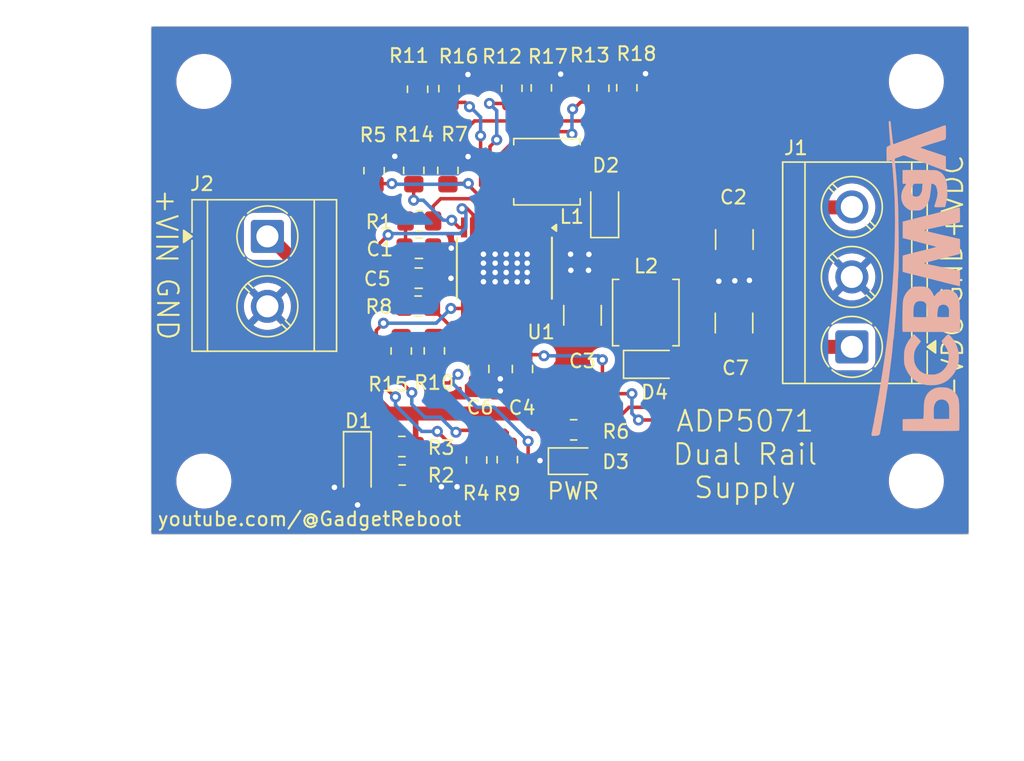
<source format=kicad_pcb>
(kicad_pcb (version 20241229) (generator "pcbnew") (generator_version "9.0")
  (layers (0 "F.Cu" signal) (2 "B.Cu" signal) (13 "F.Paste" user) (15 "B.Paste" user) (5 "F.SilkS" user "F.Silkscreen") (7 "B.SilkS" user "B.Silkscreen") (1 "F.Mask" user) (3 "B.Mask" user) (25 "Edge.Cuts" user))
  (net 0 "")
  (net 1 "GNDREF")
  (net 2 "Net-(C1-Pad1)")
  (net 3 "+VDC")
  (net 4 "/VIN")
  (net 5 "Net-(U1-VREG)")
  (net 6 "Net-(C5-Pad1)")
  (net 7 "Net-(U1-FB2)")
  (net 8 "-VDC")
  (net 9 "/V_EN")
  (net 10 "Net-(D2-A)")
  (net 11 "Net-(D3-A)")
  (net 12 "Net-(D4-K)")
  (net 13 "Net-(U1-INBK)")
  (net 14 "Net-(U1-COMP1)")
  (net 15 "Net-(U1-EN1)")
  (net 16 "Net-(U1-FB1)")
  (net 17 "Net-(U1-COMP2)")
  (net 18 "Net-(U1-EN2)")
  (net 19 "Net-(U1-VREF)")
  (net 20 "Net-(U1-SLEW)")
  (net 21 "Net-(U1-SEQ)")
  (net 22 "Net-(U1-SYNC{slash}FREQ)")
  (net 23 "Net-(U1-SS)")
  (footprint "MountingHole:MountingHole_3.5mm" (layer "F.Cu") (at 98.53 69.1034)
    (property "Reference" "H3" (hide yes))
    (property "Value" "MountingHole")
    (pad "" np_thru_hole circle (at 10 0) (size 3.5 3.5) (drill 3.5) (layers "*.Cu" "*.Mask"))
  )
  (footprint "MountingHole:MountingHole_3.5mm" (layer "F.Cu") (at 108.944 97.8816 135)
    (property "Reference" "H4" (hide yes))
    (property "Value" "MountingHole")
    (pad "" np_thru_hole circle (at 0.12042 -0.465064 135) (size 3.5 3.5) (drill 3.5) (layers "*.Cu" "*.Mask"))
  )
  (footprint "MountingHole:MountingHole_3.5mm" (layer "F.Cu") (at 56.8177 113.1253)
    (property "Reference" "H1" (hide yes))
    (property "Value" "MountingHole")
    (pad "" np_thru_hole circle (at 0 -15) (size 3.5 3.5) (drill 3.5) (layers "*.Cu" "*.Mask"))
  )
  (footprint "MountingHole:MountingHole_3.5mm" (layer "F.Cu") (at 47.1712 83.5954)
    (property "Reference" "H2" (hide yes))
    (property "Value" "MountingHole")
    (pad "" np_thru_hole circle (at 9.6465 -14.492) (size 3.5 3.5) (drill 3.5) (layers "*.Cu" "*.Mask"))
  )
  (footprint "Diode_SMD:D_PowerDI-123" (layer "F.Cu") (at 89.59 89.65)
    (property "Reference" "D4" (at -0.0612 2.025001 180) (layer "F.SilkS"))
    (property "Value" "DFLS240")
    (pad "1" smd roundrect (at -0.85 0 180) (size 2.4 1.5) (layers "F.Cu" "F.Mask" "F.Paste") (roundrect_rratio 0.1666666667) (net 12 "Net-(D4-K)"))
    (pad "2" smd roundrect (at 1.525 0 180) (size 1.05 1.5) (layers "F.Cu" "F.Mask" "F.Paste") (roundrect_rratio 0.2380952381) (net 8 "-VDC"))
  )
  (footprint "Resistor_SMD:R_0805_2012Metric_Pad1.20x1.40mm_HandSolder" (layer "F.Cu") (at 73.5476 88.6682 90)
    (property "Reference" "R10" (at -2.310398 -0.0176 180) (layer "F.SilkS"))
    (property "Value" "71.5K")
    (pad "1" smd roundrect (at -1 0 90) (size 1.2 1.4) (layers "F.Cu" "F.Mask" "F.Paste") (roundrect_rratio 0.208333) (net 19 "Net-(U1-VREF)"))
    (pad "2" smd roundrect (at 1 0 90) (size 1.2 1.4) (layers "F.Cu" "F.Mask" "F.Paste") (roundrect_rratio 0.208333) (net 7 "Net-(U1-FB2)"))
  )
  (footprint "TerminalBlock_CUI:TerminalBlock_CUI_TB007-508-03_1x03_P5.08mm_Horizontal" (layer "F.Cu") (at 103.8474 88.3794 90)
    (property "Reference" "J1" (at 14.4474 -4.0636 180) (layer "F.SilkS"))
    (property "Value" "Screw_Terminal_01x03")
    (pad "1" thru_hole roundrect (at 0 0 90) (size 2.4 2.4) (drill 1.6) (layers "*.Cu" "*.Mask") (roundrect_rratio 0.104167) (net 8 "-VDC"))
    (pad "2" thru_hole circle (at 5.079999 0 90) (size 2.4 2.4) (drill 1.6) (layers "*.Cu" "*.Mask") (net 1 "GNDREF"))
    (pad "3" thru_hole circle (at 10.16 0 90) (size 2.4 2.4) (drill 1.6) (layers "*.Cu" "*.Mask") (net 3 "+VDC"))
  )
  (footprint "Capacitor_SMD:C_0805_2012Metric_Pad1.18x1.45mm_HandSolder" (layer "F.Cu") (at 72.425001 81.222601)
    (property "Reference" "C1" (at -2.836801 0.062196 180) (layer "F.SilkS"))
    (property "Value" "47nF")
    (pad "1" smd roundrect (at -1.0375 0) (size 1.175 1.45) (layers "F.Cu" "F.Mask" "F.Paste") (roundrect_rratio 0.212766) (net 2 "Net-(C1-Pad1)"))
    (pad "2" smd roundrect (at 1.0375 0) (size 1.175 1.45) (layers "F.Cu" "F.Mask" "F.Paste") (roundrect_rratio 0.212766) (net 1 "GNDREF"))
  )
  (footprint "Resistor_SMD:R_0805_2012Metric_Pad1.20x1.40mm_HandSolder" (layer "F.Cu") (at 79.171601 69.6006 90)
    (property "Reference" "R12" (at 2.311801 -0.713601 180) (layer "F.SilkS"))
    (property "Value" "0r")
    (pad "1" smd roundrect (at -1 0 90) (size 1.2 1.4) (layers "F.Cu" "F.Mask" "F.Paste") (roundrect_rratio 0.208333) (net 21 "Net-(U1-SEQ)"))
    (pad "2" smd roundrect (at 1 0 90) (size 1.2 1.4) (layers "F.Cu" "F.Mask" "F.Paste") (roundrect_rratio 0.208333) (net 5 "Net-(U1-VREG)"))
  )
  (footprint "Resistor_SMD:R_0805_2012Metric_Pad1.20x1.40mm_HandSolder" (layer "F.Cu") (at 74.5288 75.5638 90)
    (property "Reference" "R7" (at 2.619999 0.4824 180) (layer "F.SilkS"))
    (property "Value" "100K")
    (pad "1" smd roundrect (at -1 0 90) (size 1.2 1.4) (layers "F.Cu" "F.Mask" "F.Paste") (roundrect_rratio 0.208333) (net 16 "Net-(U1-FB1)"))
    (pad "2" smd roundrect (at 1 0 90) (size 1.2 1.4) (layers "F.Cu" "F.Mask" "F.Paste") (roundrect_rratio 0.208333) (net 1 "GNDREF"))
  )
  (footprint "Resistor_SMD:R_0805_2012Metric_Pad1.20x1.40mm_HandSolder" (layer "F.Cu") (at 71.19 95.6176)
    (property "Reference" "R3" (at 2.8512 0.0842 180) (layer "F.SilkS"))
    (property "Value" "14K3")
    (pad "1" smd roundrect (at -1 0) (size 1.2 1.4) (layers "F.Cu" "F.Mask" "F.Paste") (roundrect_rratio 0.208333) (net 9 "/V_EN"))
    (pad "2" smd roundrect (at 1 0) (size 1.2 1.4) (layers "F.Cu" "F.Mask" "F.Paste") (roundrect_rratio 0.208333) (net 4 "/VIN"))
  )
  (footprint "Capacitor_SMD:C_0805_2012Metric_Pad1.18x1.45mm_HandSolder" (layer "F.Cu") (at 72.4108 83.3894)
    (property "Reference" "C5" (at -3.0074 0.055598 180) (layer "F.SilkS"))
    (property "Value" "68nF")
    (pad "1" smd roundrect (at -1.0375 0) (size 1.175 1.45) (layers "F.Cu" "F.Mask" "F.Paste") (roundrect_rratio 0.212766) (net 6 "Net-(C5-Pad1)"))
    (pad "2" smd roundrect (at 1.0375 0) (size 1.175 1.45) (layers "F.Cu" "F.Mask" "F.Paste") (roundrect_rratio 0.212766) (net 1 "GNDREF"))
  )
  (footprint "Resistor_SMD:R_0805_2012Metric_Pad1.20x1.40mm_HandSolder" (layer "F.Cu") (at 74.608601 69.623999 -90)
    (property "Reference" "R16" (at -2.346201 -0.699798 180) (layer "F.SilkS"))
    (property "Value" "DNP")
    (pad "1" smd roundrect (at -1 0 270) (size 1.2 1.4) (layers "F.Cu" "F.Mask" "F.Paste") (roundrect_rratio 0.208333) (net 1 "GNDREF"))
    (pad "2" smd roundrect (at 1 0 270) (size 1.2 1.4) (layers "F.Cu" "F.Mask" "F.Paste") (roundrect_rratio 0.208333) (net 20 "Net-(U1-SLEW)"))
  )
  (footprint "Resistor_SMD:R_0805_2012Metric_Pad1.20x1.40mm_HandSolder" (layer "F.Cu") (at 72.4558 79.237399)
    (property "Reference" "R1" (at -2.921802 0.069601 180) (layer "F.SilkS"))
    (property "Value" "5K6")
    (pad "1" smd roundrect (at -1 0) (size 1.2 1.4) (layers "F.Cu" "F.Mask" "F.Paste") (roundrect_rratio 0.208333) (net 2 "Net-(C1-Pad1)"))
    (pad "2" smd roundrect (at 1 0) (size 1.2 1.4) (layers "F.Cu" "F.Mask" "F.Paste") (roundrect_rratio 0.208333) (net 14 "Net-(U1-COMP1)"))
  )
  (footprint "Resistor_SMD:R_0805_2012Metric_Pad1.20x1.40mm_HandSolder" (layer "F.Cu") (at 85.482601 69.5966 90)
    (property "Reference" "R13" (at 2.393801 -0.653601 180) (layer "F.SilkS"))
    (property "Value" "DNP")
    (pad "1" smd roundrect (at -1 0 90) (size 1.2 1.4) (layers "F.Cu" "F.Mask" "F.Paste") (roundrect_rratio 0.208333) (net 22 "Net-(U1-SYNC{slash}FREQ)"))
    (pad "2" smd roundrect (at 1 0 90) (size 1.2 1.4) (layers "F.Cu" "F.Mask" "F.Paste") (roundrect_rratio 0.208333) (net 5 "Net-(U1-VREG)"))
  )
  (footprint "Resistor_SMD:R_0805_2012Metric_Pad1.20x1.40mm_HandSolder" (layer "F.Cu") (at 87.516599 69.5588 90)
    (property "Reference" "R18" (at 2.464999 0.699601 180) (layer "F.SilkS"))
    (property "Value" "0r")
    (pad "1" smd roundrect (at -1 0 90) (size 1.2 1.4) (layers "F.Cu" "F.Mask" "F.Paste") (roundrect_rratio 0.208333) (net 22 "Net-(U1-SYNC{slash}FREQ)"))
    (pad "2" smd roundrect (at 1 0 90) (size 1.2 1.4) (layers "F.Cu" "F.Mask" "F.Paste") (roundrect_rratio 0.208333) (net 1 "GNDREF"))
  )
  (footprint "Diode_SMD:D_SOD-123" (layer "F.Cu") (at 67.9568 96.901601 -90)
    (property "Reference" "D1" (at -3.149002 -0.079201 180) (layer "F.SilkS"))
    (property "Value" "MMSZ5231B-7-F")
    (pad "1" smd roundrect (at -1.65 0 270) (size 0.9 1.2) (layers "F.Cu" "F.Mask" "F.Paste") (net 9 "/V_EN"))
    (pad "2" smd roundrect (at 1.65 0 270) (size 0.9 1.2) (layers "F.Cu" "F.Mask" "F.Paste") (net 1 "GNDREF"))
  )
  (footprint "Inductor_SMD:L_Coilcraft_XAL4030-XXX" (layer "F.Cu") (at 88.8944 85.8894 90)
    (property "Reference" "L2" (at 3.374401 0.0188 180) (layer "F.SilkS"))
    (property "Value" "6.8uH")
    (pad "1" smd roundrect (at -1.185001 0 90) (size 0.98 3.4) (layers "F.Cu" "F.Mask" "F.Paste") (net 12 "Net-(D4-K)"))
    (pad "2" smd roundrect (at 1.185001 0 90) (size 0.98 3.4) (layers "F.Cu" "F.Mask" "F.Paste") (net 1 "GNDREF"))
  )
  (footprint "Package_SO:ETSSOP-20-1EP_4.4x6.5mm_P0.65mm_EP3x4.2mm" (layer "F.Cu") (at 78.63 82.6584 -90)
    (property "Reference" "U1" (at 4.646 -2.6628 180) (layer "F.SilkS"))
    (property "Value" "ADP5071AREZ")
    (pad "1" smd rect (at -2.95 -2.925 270) (size 1.45 0.45) (layers "F.Cu" "F.Mask" "F.Paste") (net 1 "GNDREF"))
    (pad "2" smd rect (at -2.95 -2.275 270) (size 1.45 0.45) (layers "F.Cu" "F.Mask" "F.Paste") (net 10 "Net-(D2-A)"))
    (pad "3" smd rect (at -2.95 -1.625001 270) (size 1.45 0.45) (layers "F.Cu" "F.Mask" "F.Paste") (net 13 "Net-(U1-INBK)"))
    (pad "4" smd rect (at -2.95 -0.975 270) (size 1.45 0.45) (layers "F.Cu" "F.Mask" "F.Paste") (net 22 "Net-(U1-SYNC{slash}FREQ)"))
    (pad "5" smd rect (at -2.95 -0.325 270) (size 1.45 0.45) (layers "F.Cu" "F.Mask" "F.Paste") (net 21 "Net-(U1-SEQ)"))
    (pad "6" smd rect (at -2.95 0.325 270) (size 1.45 0.45) (layers "F.Cu" "F.Mask" "F.Paste") (net 20 "Net-(U1-SLEW)"))
    (pad "7" smd rect (at -2.95 0.975 270) (size 1.45 0.45) (layers "F.Cu" "F.Mask" "F.Paste") (net 16 "Net-(U1-FB1)"))
    (pad "8" smd rect (at -2.95 1.625001 270) (size 1.45 0.45) (layers "F.Cu" "F.Mask" "F.Paste") (net 14 "Net-(U1-COMP1)"))
    (pad "9" smd rect (at -2.95 2.275 270) (size 1.45 0.45) (layers "F.Cu" "F.Mask" "F.Paste") (net 15 "Net-(U1-EN1)"))
    (pad "10" smd rect (at -2.95 2.925 270) (size 1.45 0.45) (layers "F.Cu" "F.Mask" "F.Paste") (net 23 "Net-(U1-SS)"))
    (pad "11" smd rect (at 2.95 2.925 270) (size 1.45 0.45) (layers "F.Cu" "F.Mask" "F.Paste") (net 18 "Net-(U1-EN2)"))
    (pad "12" smd rect (at 2.95 2.275 270) (size 1.45 0.45) (layers "F.Cu" "F.Mask" "F.Paste") (net 17 "Net-(U1-COMP2)"))
    (pad "13" smd rect (at 2.95 1.625001 270) (size 1.45 0.45) (layers "F.Cu" "F.Mask" "F.Paste") (net 7 "Net-(U1-FB2)"))
    (pad "14" smd rect (at 2.95 0.975 270) (size 1.45 0.45) (layers "F.Cu" "F.Mask" "F.Paste") (net 19 "Net-(U1-VREF)"))
    (pad "15" smd rect (at 2.95 0.325 270) (size 1.45 0.45) (layers "F.Cu" "F.Mask" "F.Paste") (net 1 "GNDREF"))
    (pad "16" smd rect (at 2.95 -0.325 270) (size 1.45 0.45) (layers "F.Cu" "F.Mask" "F.Paste") (net 5 "Net-(U1-VREG)"))
    (pad "17" smd rect (at 2.95 -0.975 270) (size 1.45 0.45) (layers "F.Cu" "F.Mask" "F.Paste") (net 4 "/VIN"))
    (pad "18" smd rect (at 2.95 -1.625001 270) (size 1.45 0.45) (layers "F.Cu" "F.Mask" "F.Paste") (net 4 "/VIN"))
    (pad "19" smd rect (at 2.95 -2.275 270) (size 1.45 0.45) (layers "F.Cu" "F.Mask" "F.Paste") (net 4 "/VIN"))
    (pad "20" smd rect (at 2.95 -2.925 270) (size 1.45 0.45) (layers "F.Cu" "F.Mask" "F.Paste") (net 12 "Net-(D4-K)"))
    (pad "21" smd rect (at 0 0 270) (size 3 4.2) (layers "F.Cu" "F.Mask" "F.Paste") (net 1 "GNDREF"))
  )
  (footprint "Resistor_SMD:R_0805_2012Metric_Pad1.20x1.40mm_HandSolder" (layer "F.Cu") (at 72.3304 69.6682 90)
    (property "Reference" "R11" (at 2.4382 -0.6298 180) (layer "F.SilkS"))
    (property "Value" "DNP")
    (pad "1" smd roundrect (at -1 0 90) (size 1.2 1.4) (layers "F.Cu" "F.Mask" "F.Paste") (roundrect_rratio 0.208333) (net 20 "Net-(U1-SLEW)"))
    (pad "2" smd roundrect (at 1 0 90) (size 1.2 1.4) (layers "F.Cu" "F.Mask" "F.Paste") (roundrect_rratio 0.208333) (net 5 "Net-(U1-VREG)"))
  )
  (footprint "Resistor_SMD:R_0805_2012Metric_Pad1.20x1.40mm_HandSolder" (layer "F.Cu") (at 83.6556 94.407202)
    (property "Reference" "R6" (at 3.069002 0.123797 180) (layer "F.SilkS"))
    (property "Value" "1K")
    (pad "1" smd roundrect (at -1 0) (size 1.2 1.4) (layers "F.Cu" "F.Mask" "F.Paste") (roundrect_rratio 0.208333) (net 4 "/VIN"))
    (pad "2" smd roundrect (at 1 0) (size 1.2 1.4) (layers "F.Cu" "F.Mask" "F.Paste") (roundrect_rratio 0.208333) (net 11 "Net-(D3-A)"))
  )
  (footprint "Diode_SMD:D_PowerDI-123" (layer "F.Cu") (at 85.9094 78.1306 90)
    (property "Reference" "D2" (at 2.930599 0.0806 180) (layer "F.SilkS"))
    (property "Value" "DFLS240")
    (pad "1" smd roundrect (at -0.85 0 270) (size 2.4 1.5) (layers "F.Cu" "F.Mask" "F.Paste") (roundrect_rratio 0.1666666667) (net 3 "+VDC"))
    (pad "2" smd roundrect (at 1.525 0 270) (size 1.05 1.5) (layers "F.Cu" "F.Mask" "F.Paste") (roundrect_rratio 0.2380952381) (net 10 "Net-(D2-A)"))
  )
  (footprint "Capacitor_SMD:C_1210_3225Metric_Pad1.33x2.70mm_HandSolder" (layer "F.Cu") (at 95.322 80.5826 90)
    (property "Reference" "C2" (at 3.070199 -0.0724 180) (layer "F.SilkS"))
    (property "Value" "10uF")
    (pad "1" smd roundrect (at -1.5625 0 90) (size 1.325 2.7) (layers "F.Cu" "F.Mask" "F.Paste") (roundrect_rratio 0.188679) (net 1 "GNDREF"))
    (pad "2" smd roundrect (at 1.5625 0 90) (size 1.325 2.7) (layers "F.Cu" "F.Mask" "F.Paste") (roundrect_rratio 0.188679) (net 3 "+VDC"))
  )
  (footprint "Resistor_SMD:R_0805_2012Metric_Pad1.20x1.40mm_HandSolder" (layer "F.Cu") (at 78.8422 96.5682 90)
    (property "Reference" "R9" (at -2.4686 -0.016 180) (layer "F.SilkS"))
    (property "Value" "0r")
    (pad "1" smd roundrect (at -1 0 90) (size 1.2 1.4) (layers "F.Cu" "F.Mask" "F.Paste") (roundrect_rratio 0.208333) (net 9 "/V_EN"))
    (pad "2" smd roundrect (at 1 0 90) (size 1.2 1.4) (layers "F.Cu" "F.Mask" "F.Paste") (roundrect_rratio 0.208333) (net 18 "Net-(U1-EN2)"))
  )
  (footprint "Resistor_SMD:R_0805_2012Metric_Pad1.20x1.40mm_HandSolder" (layer "F.Cu") (at 71.143198 88.6784 -90)
    (property "Reference" "R15" (at 2.423002 0.953398 180) (layer "F.SilkS"))
    (property "Value" "1.15M")
    (pad "1" smd roundrect (at -1 0 270) (size 1.2 1.4) (layers "F.Cu" "F.Mask" "F.Paste") (roundrect_rratio 0.208333) (net 7 "Net-(U1-FB2)"))
    (pad "2" smd roundrect (at 1 0 270) (size 1.2 1.4) (layers "F.Cu" "F.Mask" "F.Paste") (roundrect_rratio 0.208333) (net 8 "-VDC"))
  )
  (footprint "Inductor_SMD:L_Coilcraft_XAL4030-XXX" (layer "F.Cu") (at 81.720001 75.66)
    (property "Reference" "L1" (at 1.803798 3.259999 180) (layer "F.SilkS"))
    (property "Value" "4.7uH")
    (pad "1" smd roundrect (at -1.185001 0) (size 0.98 3.4) (layers "F.Cu" "F.Mask" "F.Paste") (net 13 "Net-(U1-INBK)"))
    (pad "2" smd roundrect (at 1.185001 0) (size 0.98 3.4) (layers "F.Cu" "F.Mask" "F.Paste") (net 10 "Net-(D2-A)"))
  )
  (footprint "Capacitor_SMD:C_1210_3225Metric_Pad1.33x2.70mm_HandSolder" (layer "F.Cu") (at 95.2966 86.645801 -90)
    (property "Reference" "C7" (at 3.266999 -0.108601 180) (layer "F.SilkS"))
    (property "Value" "10uF")
    (pad "1" smd roundrect (at -1.5625 0 270) (size 1.325 2.7) (layers "F.Cu" "F.Mask" "F.Paste") (roundrect_rratio 0.188679) (net 1 "GNDREF"))
    (pad "2" smd roundrect (at 1.5625 0 270) (size 1.325 2.7) (layers "F.Cu" "F.Mask" "F.Paste") (roundrect_rratio 0.188679) (net 8 "-VDC"))
  )
  (footprint "Resistor_SMD:R_0805_2012Metric_Pad1.20x1.40mm_HandSolder" (layer "F.Cu") (at 69.171801 75.5838 90)
    (property "Reference" "R5" (at 2.591201 -0.0742 180) (layer "F.SilkS"))
    (property "Value" "1.4M")
    (pad "1" smd roundrect (at -1 0 90) (size 1.2 1.4) (layers "F.Cu" "F.Mask" "F.Paste") (roundrect_rratio 0.208333) (net 16 "Net-(U1-FB1)"))
    (pad "2" smd roundrect (at 1 0 90) (size 1.2 1.4) (layers "F.Cu" "F.Mask" "F.Paste") (roundrect_rratio 0.208333) (net 3 "+VDC"))
  )
  (footprint "Capacitor_SMD:C_0805_2012Metric_Pad1.18x1.45mm_HandSolder" (layer "F.Cu") (at 76.7698 89.9846 90)
    (property "Reference" "C6" (at -2.784999 0.0992 180) (layer "F.SilkS"))
    (property "Value" "1uF")
    (pad "1" smd roundrect (at -1.0375 0 90) (size 1.175 1.45) (layers "F.Cu" "F.Mask" "F.Paste") (roundrect_rratio 0.212766) (net 1 "GNDREF"))
    (pad "2" smd roundrect (at 1.0375 0 90) (size 1.175 1.45) (layers "F.Cu" "F.Mask" "F.Paste") (roundrect_rratio 0.212766) (net 19 "Net-(U1-VREF)"))
  )
  (footprint "Capacitor_SMD:C_1210_3225Metric_Pad1.33x2.70mm_HandSolder" (layer "F.Cu") (at 84.3008 86.0862 -90)
    (property "Reference" "C3" (at 3.3224 0.0052 180) (layer "F.SilkS"))
    (property "Value" "10uF")
    (pad "1" smd roundrect (at -1.5625 0 270) (size 1.325 2.7) (layers "F.Cu" "F.Mask" "F.Paste") (roundrect_rratio 0.188679) (net 1 "GNDREF"))
    (pad "2" smd roundrect (at 1.5625 0 270) (size 1.325 2.7) (layers "F.Cu" "F.Mask" "F.Paste") (roundrect_rratio 0.188679) (net 4 "/VIN"))
  )
  (footprint "Resistor_SMD:R_0805_2012Metric_Pad1.20x1.40mm_HandSolder" (layer "F.Cu") (at 71.21 97.6838 180)
    (property "Reference" "R2" (at -2.8294 -0.029 180) (layer "F.SilkS"))
    (property "Value" "11K")
    (pad "1" smd roundrect (at -1 0 180) (size 1.2 1.4) (layers "F.Cu" "F.Mask" "F.Paste") (roundrect_rratio 0.208333) (net 1 "GNDREF"))
    (pad "2" smd roundrect (at 1 0 180) (size 1.2 1.4) (layers "F.Cu" "F.Mask" "F.Paste") (roundrect_rratio 0.208333) (net 9 "/V_EN"))
  )
  (footprint "Resistor_SMD:R_0805_2012Metric_Pad1.20x1.40mm_HandSolder" (layer "F.Cu") (at 72.3672 85.422)
    (property "Reference" "R8" (at -2.846999 0.0416 180) (layer "F.SilkS"))
    (property "Value" "12K")
    (pad "1" smd roundrect (at -1 0) (size 1.2 1.4) (layers "F.Cu" "F.Mask" "F.Paste") (roundrect_rratio 0.208333) (net 6 "Net-(C5-Pad1)"))
    (pad "2" smd roundrect (at 1 0) (size 1.2 1.4) (layers "F.Cu" "F.Mask" "F.Paste") (roundrect_rratio 0.208333) (net 17 "Net-(U1-COMP2)"))
  )
  (footprint "Resistor_SMD:R_0805_2012Metric_Pad1.20x1.40mm_HandSolder" (layer "F.Cu") (at 72.054199 75.5644 -90)
    (property "Reference" "R14" (at -2.607601 -0.028801 180) (layer "F.SilkS"))
    (property "Value" "DNP")
    (pad "1" smd roundrect (at -1 0 270) (size 1.2 1.4) (layers "F.Cu" "F.Mask" "F.Paste") (roundrect_rratio 0.208333) (net 1 "GNDREF"))
    (pad "2" smd roundrect (at 1 0 270) (size 1.2 1.4) (layers "F.Cu" "F.Mask" "F.Paste") (roundrect_rratio 0.208333) (net 23 "Net-(U1-SS)"))
  )
  (footprint "TerminalBlock_CUI:TerminalBlock_CUI_TB007-508-02_1x02_P5.08mm_Horizontal" (layer "F.Cu") (at 61.4296 80.3554 -90)
    (property "Reference" "J2" (at -3.8206 4.7498 180) (layer "F.SilkS"))
    (property "Value" "Screw_Terminal_01x02")
    (pad "1" thru_hole roundrect (at 0 0 270) (size 2.4 2.4) (drill 1.6) (layers "*.Cu" "*.Mask") (roundrect_rratio 0.104167) (net 4 "/VIN"))
    (pad "2" thru_hole circle (at 5.079999 0 270) (size 2.4 2.4) (drill 1.6) (layers "*.Cu" "*.Mask") (net 1 "GNDREF"))
  )
  (footprint "Resistor_SMD:R_0805_2012Metric_Pad1.20x1.40mm_HandSolder" (layer "F.Cu") (at 81.313201 69.5706 -90)
    (property "Reference" "R17" (at -2.275401 -0.4726 180) (layer "F.SilkS"))
    (property "Value" "DNP")
    (pad "1" smd roundrect (at -1 0 270) (size 1.2 1.4) (layers "F.Cu" "F.Mask" "F.Paste") (roundrect_rratio 0.208333) (net 1 "GNDREF"))
    (pad "2" smd roundrect (at 1 0 270) (size 1.2 1.4) (layers "F.Cu" "F.Mask" "F.Paste") (roundrect_rratio 0.208333) (net 21 "Net-(U1-SEQ)"))
  )
  (footprint "Capacitor_SMD:C_0805_2012Metric_Pad1.18x1.45mm_HandSolder" (layer "F.Cu") (at 79.9412 89.9862 -90)
    (property "Reference" "C4" (at 2.813 0.0266 180) (layer "F.SilkS"))
    (property "Value" "1uF")
    (pad "1" smd roundrect (at -1.0375 0 270) (size 1.175 1.45) (layers "F.Cu" "F.Mask" "F.Paste") (roundrect_rratio 0.212766) (net 5 "Net-(U1-VREG)"))
    (pad "2" smd roundrect (at 1.0375 0 270) (size 1.175 1.45) (layers "F.Cu" "F.Mask" "F.Paste") (roundrect_rratio 0.212766) (net 1 "GNDREF"))
  )
  (footprint "Resistor_SMD:R_0805_2012Metric_Pad1.20x1.40mm_HandSolder" (layer "F.Cu") (at 76.6158 96.5938 90)
    (property "Reference" "R4" (at -2.411 -0.037801 0) (layer "F.SilkS"))
    (property "Value" "0r")
    (pad "1" smd roundrect (at -1 0 90) (size 1.2 1.4) (layers "F.Cu" "F.Mask" "F.Paste") (roundrect_rratio 0.208333) (net 9 "/V_EN"))
    (pad "2" smd roundrect (at 1 0 90) (size 1.2 1.4) (layers "F.Cu" "F.Mask" "F.Paste") (roundrect_rratio 0.208333) (net 15 "Net-(U1-EN1)"))
  )
  (footprint "LED_SMD:LED_0805_2012Metric_Pad1.15x1.40mm_HandSolder" (layer "F.Cu") (at 83.6838 96.68)
    (property "Reference" "D3" (at 3.025 0.05 0) (layer "F.SilkS"))
    (property "Value" "LED_Small_Filled")
    (pad "1" smd roundrect (at -1.024999 0) (size 1.15 1.4) (layers "F.Cu" "F.Mask" "F.Paste") (roundrect_rratio 0.217391) (net 1 "GNDREF"))
    (pad "2" smd roundrect (at 1.024999 0) (size 1.15 1.4) (layers "F.Cu" "F.Mask" "F.Paste") (roundrect_rratio 0.217391) (net 11 "Net-(D3-A)"))
  )
  (footprint "_Custom_Footprints:pcb way logo" (layer "B.Cu") (at 107.8086 83.4116 90)
    (property "Reference" "G***" (hide yes))
    (property "Value" "LOGO" (hide yes))
  )
  (gr_line (start 52.9844 102) (end 52.9844 65.1002) (stroke (width 0.05)) (layer "Edge.Cuts"))
  (gr_line (start 112.34 102) (end 52.9844 102) (stroke (width 0.05)) (layer "Edge.Cuts"))
  (gr_line (start 52.9844 65.1002) (end 112.34 65.1002) (stroke (width 0.05)) (layer "Edge.Cuts"))
  (gr_line (start 112.34 65.1002) (end 112.34 102) (stroke (width 0.05)) (layer "Edge.Cuts"))
  (gr_text "ADP5071\nDual Rail\nSupply" (at 96.101 96.1908 0) (layer "F.SilkS") (effects (font (size 1.5 1.5))))
  (gr_text "PWR" (at 83.6294 98.8574 0) (layer "F.SilkS") (effects (font (size 1.2 1.2))))
  (gr_text "+VDC" (at 111.1658 77.473 90) (layer "F.SilkS") (effects (font (size 1.5 1.5))))
  (gr_text "GND" (at 111.1158 83.098 90) (layer "F.SilkS") (effects (font (size 1.5 1.5))))
  (gr_text "+VIN" (at 54.103 79.602 270) (layer "F.SilkS") (effects (font (size 1.5 1.5))))
  (gr_text "GND" (at 54.178 85.627 270) (layer "F.SilkS") (effects (font (size 1.5 1.5))))
  (gr_text "-VDC" (at 111.1658 89.248 90) (layer "F.SilkS") (effects (font (size 1.5 1.5))))
  (gr_text "youtube.com/@GadgetReboot" (at 64.4864 100.8814 0) (layer "F.SilkS") (effects (font (size 1 1))))
  (segment (start 78.305 90.6706) (end 78.3344 90.7) (width 0.254) (layer "F.Cu") (net 1))
  (segment (start 78.305 85.6084) (end 78.305 90.6706) (width 0.254) (layer "F.Cu") (net 1))
  (via (at 78.7594 82.975) (size 0.8) (drill 0.4) (layers "F.Cu" "B.Cu") (net 1))
  (via (at 67.9744 99.86) (size 0.8) (drill 0.4) (layers "F.Cu" "B.Cu") (net 1))
  (via (at 94.1944 83.61) (size 0.8) (drill 0.4) (layers "F.Cu" "B.Cu") (net 1))
  (via (at 83.4544 82.82) (size 0.8) (drill 0.4) (layers "F.Cu" "B.Cu") (net 1))
  (via (at 84.7644 81.66) (size 0.8) (drill 0.4) (layers "F.Cu" "B.Cu") (net 1))
  (via (at 78.7594 81.65) (size 0.8) (drill 0.4) (layers "F.Cu" "B.Cu") (net 1))
  (via (at 79.5594 82.975) (size 0.8) (drill 0.4) (layers "F.Cu" "B.Cu") (net 1))
  (via (at 74.7544 83.4) (size 0.8) (drill 0.4) (layers "F.Cu" "B.Cu") (net 1))
  (via (at 77.1094 82.3) (size 0.8) (drill 0.4) (layers "F.Cu" "B.Cu") (net 1))
  (via (at 78.7594 83.65) (size 0.8) (drill 0.4) (layers "F.Cu" "B.Cu") (net 1))
  (via (at 77.9594 83.65) (size 0.8) (drill 0.4) (layers "F.Cu" "B.Cu") (net 1))
  (via (at 77.1094 82.975) (size 0.8) (drill 0.4) (layers "F.Cu" "B.Cu") (net 1))
  (via (at 77.1094 81.65) (size 0.8) (drill 0.4) (layers "F.Cu" "B.Cu") (net 1))
  (via (at 96.4144 83.55) (size 0.8) (drill 0.4) (layers "F.Cu" "B.Cu") (net 1))
  (via (at 79.5594 81.65) (size 0.8) (drill 0.4) (layers "F.Cu" "B.Cu") (net 1))
  (via (at 78.3344 90.7) (size 0.8) (drill 0.4) (layers "F.Cu" "B.Cu") (net 1))
  (via (at 79.5594 83.65) (size 0.8) (drill 0.4) (layers "F.Cu" "B.Cu") (net 1))
  (via (at 77.9594 82.975) (size 0.8) (drill 0.4) (layers "F.Cu" "B.Cu") (net 1))
  (via (at 74.7744 81.21) (size 0.8) (drill 0.4) (layers "F.Cu" "B.Cu") (net 1))
  (via (at 80.2844 82.975) (size 0.8) (drill 0.4) (layers "F.Cu" "B.Cu") (net 1))
  (via (at 75.1944 98.54) (size 0.8) (drill 0.4) (layers "F.Cu" "B.Cu") (net 1))
  (via (at 79.5594 82.3) (size 0.8) (drill 0.4) (layers "F.Cu" "B.Cu") (net 1))
  (via (at 66.2944 98.58) (size 0.8) (drill 0.4) (layers "F.Cu" "B.Cu") (net 1))
  (via (at 77.1094 83.65) (size 0.8) (drill 0.4) (layers "F.Cu" "B.Cu") (net 1))
  (via (at 83.4344 81.65) (size 0.8) (drill 0.4) (layers "F.Cu" "B.Cu") (net 1))
  (via (at 75.9844 68.6) (size 0.8) (drill 0.4) (layers "F.Cu" "B.Cu") (net 1))
  (via (at 80.2844 83.65) (size 0.8) (drill 0.4) (layers "F.Cu" "B.Cu") (net 1))
  (via (at 88.8744 68.54) (size 0.8) (drill 0.4) (layers "F.Cu" "B.Cu") (net 1))
  (via (at 82.7144 68.57) (size 0.8) (drill 0.4) (layers "F.Cu" "B.Cu") (net 1))
  (via (at 80.2844 81.65) (size 0.8) (drill 0.4) (layers "F.Cu" "B.Cu") (net 1))
  (via (at 77.9594 81.65) (size 0.8) (drill 0.4) (layers "F.Cu" "B.Cu") (net 1))
  (via (at 75.9944 74.56) (size 0.8) (drill 0.4) (layers "F.Cu" "B.Cu") (net 1))
  (via (at 77.9594 82.3) (size 0.8) (drill 0.4) (layers "F.Cu" "B.Cu") (net 1))
  (via (at 80.2844 82.3) (size 0.8) (drill 0.4) (layers "F.Cu" "B.Cu") (net 1))
  (via (at 81.2144 96.64) (size 0.8) (drill 0.4) (layers "F.Cu" "B.Cu") (net 1))
  (via (at 78.3344 91.575) (size 0.8) (drill 0.4) (layers "F.Cu" "B.Cu") (net 1))
  (via (at 70.6744 74.54) (size 0.8) (drill 0.4) (layers "F.Cu" "B.Cu") (net 1))
  (via (at 84.7344 82.82) (size 0.8) (drill 0.4) (layers "F.Cu" "B.Cu") (net 1))
  (via (at 74.0544 98.54) (size 0.8) (drill 0.4) (layers "F.Cu" "B.Cu") (net 1))
  (via (at 95.3544 83.58) (size 0.8) (drill 0.4) (layers "F.Cu" "B.Cu") (net 1))
  (via (at 78.7594 82.3) (size 0.8) (drill 0.4) (layers "F.Cu" "B.Cu") (net 1))
  (segment (start 71.4558 79.237399) (end 71.4558 81.154302) (width 0.254) (layer "F.Cu") (net 2))
  (segment (start 71.4558 81.154302) (end 71.387501 81.222601) (width 0.254) (layer "F.Cu") (net 2))
  (segment (start 95.322 79.0201) (end 100.8443 79.0201) (width 1.016) (layer "F.Cu") (net 3))
  (segment (start 100.8443 79.0201) (end 101.6144 78.25) (width 1.016) (layer "F.Cu") (net 3))
  (segment (start 69.171801 73.662599) (end 69.8044 73.03) (width 0.254) (layer "F.Cu") (net 3))
  (segment (start 75.3944 73.03) (end 76.4544 71.97) (width 0.254) (layer "F.Cu") (net 3))
  (segment (start 69.8044 73.03) (end 75.3944 73.03) (width 0.254) (layer "F.Cu") (net 3))
  (segment (start 90.2944 71.97) (end 95.322 76.9976) (width 0.254) (layer "F.Cu") (net 3))
  (segment (start 76.4544 71.97) (end 90.2944 71.97) (width 0.254) (layer "F.Cu") (net 3))
  (segment (start 69.171801 74.5838) (end 69.171801 73.662599) (width 0.254) (layer "F.Cu") (net 3))
  (segment (start 103.8168 78.25) (end 103.8474 78.2194) (width 1.016) (layer "F.Cu") (net 3))
  (segment (start 95.322 76.9976) (end 95.322 79.0201) (width 0.254) (layer "F.Cu") (net 3))
  (segment (start 101.6144 78.25) (end 103.8168 78.25) (width 1.016) (layer "F.Cu") (net 3))
  (segment (start 80.8444 93.22) (end 82.8544 91.21) (width 1.016) (layer "F.Cu") (net 4))
  (segment (start 80.3944 94.1) (end 80.3944 93.22) (width 0.254) (layer "F.Cu") (net 4))
  (segment (start 72.19 95.6176) (end 72.19 93.2744) (width 0.4064) (layer "F.Cu") (net 4))
  (segment (start 82.8544 89.0951) (end 84.3008 87.6487) (width 1.016) (layer "F.Cu") (net 4))
  (segment (start 67.4344 90.55) (end 70.1044 93.22) (width 1.016) (layer "F.Cu") (net 4))
  (segment (start 80.148897 87.355503) (end 80.442094 87.6487) (width 0.4064) (layer "F.Cu") (net 4))
  (segment (start 67.4344 86.22) (end 67.4344 90.55) (width 1.016) (layer "F.Cu") (net 4))
  (segment (start 79.605 85.6084) (end 79.605 86.811606) (width 0.4064) (layer "F.Cu") (net 4))
  (segment (start 79.605 86.811606) (end 80.148897 87.355503) (width 0.4064) (layer "F.Cu") (net 4))
  (segment (start 80.905 87.5393) (end 81.0144 87.6487) (width 0.4064) (layer "F.Cu") (net 4))
  (segment (start 82.8544 91.21) (end 82.8544 89.0951) (width 1.016) (layer "F.Cu") (net 4))
  (segment (start 82.4656 94.377202) (end 80.671602 94.377202) (width 0.254) (layer "F.Cu") (net 4))
  (segment (start 72.2444 93.22) (end 80.3944 93.22) (width 1.016) (layer "F.Cu") (net 4))
  (segment (start 80.905 85.6084) (end 80.905 87.5393) (width 0.4064) (layer "F.Cu") (net 4))
  (segment (start 80.255001 85.6084) (end 80.255001 87.249399) (width 0.4064) (layer "F.Cu") (net 4))
  (segment (start 61.5698 80.3554) (end 67.4344 86.22) (width 1.016) (layer "F.Cu") (net 4))
  (segment (start 80.3944 93.22) (end 80.8444 93.22) (width 1.016) (layer "F.Cu") (net 4))
  (segment (start 70.1044 93.22) (end 72.2444 93.22) (width 1.016) (layer "F.Cu") (net 4))
  (segment (start 80.671602 94.377202) (end 80.3944 94.1) (width 0.254) (layer "F.Cu") (net 4))
  (segment (start 81.0144 87.6487) (end 84.3008 87.6487) (width 0.4064) (layer "F.Cu") (net 4))
  (segment (start 80.442094 87.6487) (end 81.0144 87.6487) (width 0.4064) (layer "F.Cu") (net 4))
  (segment (start 80.255001 87.249399) (end 80.148897 87.355503) (width 0.4064) (layer "F.Cu") (net 4))
  (segment (start 72.19 93.2744) (end 72.2444 93.22) (width 0.4064) (layer "F.Cu") (net 4))
  (segment (start 61.4296 80.3554) (end 61.5698 80.3554) (width 1.016) (layer "F.Cu") (net 4))
  (segment (start 86.7444 91.78) (end 87.8844 91.78) (width 0.254) (layer "F.Cu") (net 5))
  (segment (start 79.2044 67.04) (end 72.7244 67.04) (width 0.254) (layer "F.Cu") (net 5))
  (segment (start 79.171601 68.6006) (end 79.171601 67.072799) (width 0.254) (layer "F.Cu") (net 5))
  (segment (start 85.4344 67.04) (end 85.0244 67.04) (width 0.254) (layer "F.Cu") (net 5))
  (segment (start 78.955 87.1906) (end 79.9412 88.1768) (width 0.4064) (layer "F.Cu") (net 5))
  (segment (start 85.482601 68.5966) (end 85.482601 67.088201) (width 0.254) (layer "F.Cu") (net 5))
  (segment (start 99.7244 67.04) (end 85.0244 67.04) (width 0.254) (layer "F.Cu") (net 5))
  (segment (start 106.9944 74.31) (end 99.7244 67.04) (width 0.254) (layer "F.Cu") (net 5))
  (segment (start 85.0244 67.04) (end 79.2044 67.04) (width 0.254) (layer "F.Cu") (net 5))
  (segment (start 105.1444 93.69) (end 106.9944 91.84) (width 0.254) (layer "F.Cu") (net 5))
  (segment (start 72.7244 67.04) (end 72.3244 67.44) (width 0.254) (layer "F.Cu") (net 5))
  (segment (start 79.9412 88.9487) (end 81.4231 88.9487) (width 0.254) (layer "F.Cu") (net 5))
  (segment (start 88.3644 93.69) (end 105.1444 93.69) (width 0.254) (layer "F.Cu") (net 5))
  (segment (start 85.482601 67.088201) (end 85.4344 67.04) (width 0.254) (layer "F.Cu") (net 5))
  (segment (start 85.7444 89.32) (end 85.7444 90.78) (width 0.254) (layer "F.Cu") (net 5))
  (segment (start 72.3244 67.44) (end 72.3304 67.446) (width 0.254) (layer "F.Cu") (net 5))
  (segment (start 79.171601 67.072799) (end 79.2044 67.04) (width 0.254) (layer "F.Cu") (net 5))
  (segment (start 81.4231 88.9487) (end 81.5044 89.03) (width 0.254) (layer "F.Cu") (net 5))
  (segment (start 72.3304 67.446) (end 72.3304 68.6682) (width 0.254) (layer "F.Cu") (net 5))
  (segment (start 85.7444 90.78) (end 86.7444 91.78) (width 0.254) (layer "F.Cu") (net 5))
  (segment (start 78.955 85.6084) (end 78.955 87.1906) (width 0.4064) (layer "F.Cu") (net 5))
  (segment (start 79.9412 88.1768) (end 79.9412 88.9487) (width 0.4064) (layer "F.Cu") (net 5))
  (segment (start 106.9944 91.84) (end 106.9944 74.31) (width 0.254) (layer "F.Cu") (net 5))
  (via (at 81.5044 89.03) (size 0.8) (drill 0.4) (layers "F.Cu" "B.Cu") (net 5))
  (via (at 88.3644 93.69) (size 0.8) (drill 0.4) (layers "F.Cu" "B.Cu") (net 5))
  (via (at 85.7444 89.32) (size 0.8) (drill 0.4) (layers "F.Cu" "B.Cu") (net 5))
  (via (at 87.8844 91.78) (size 0.8) (drill 0.4) (layers "F.Cu" "B.Cu") (net 5))
  (segment (start 85.4544 89.03) (end 85.7444 89.32) (width 0.254) (layer "B.Cu") (net 5))
  (segment (start 87.8844 93.21) (end 88.3644 93.69) (width 0.254) (layer "B.Cu") (net 5))
  (segment (start 81.5044 89.03) (end 85.4544 89.03) (width 0.254) (layer "B.Cu") (net 5))
  (segment (start 87.8844 91.78) (end 87.8844 93.21) (width 0.254) (layer "B.Cu") (net 5))
  (segment (start 71.3672 83.3955) (end 71.3733 83.3894) (width 0.254) (layer "F.Cu") (net 6))
  (segment (start 71.3672 85.422) (end 71.3672 83.3955) (width 0.254) (layer "F.Cu") (net 6))
  (segment (start 73.5374 87.6784) (end 73.5476 87.6682) (width 0.254) (layer "F.Cu") (net 7))
  (segment (start 77.004999 85.6084) (end 77.004999 87.049401) (width 0.254) (layer "F.Cu") (net 7))
  (segment (start 76.3862 87.6682) (end 73.5476 87.6682) (width 0.254) (layer "F.Cu") (net 7))
  (segment (start 71.143198 87.6784) (end 73.5374 87.6784) (width 0.254) (layer "F.Cu") (net 7))
  (segment (start 77.004999 87.049401) (end 76.3862 87.6682) (width 0.254) (layer "F.Cu") (net 7))
  (segment (start 74.6344 91) (end 72.5744 91) (width 0.254) (layer "F.Cu") (net 8))
  (segment (start 80.3544 97.73) (end 81.3844 98.76) (width 0.254) (layer "F.Cu") (net 8))
  (segment (start 87.6744 92.77) (end 90.0244 92.77) (width 0.254) (layer "F.Cu") (net 8))
  (segment (start 81.3844 98.76) (end 85.5344 98.76) (width 0.254) (layer "F.Cu") (net 8))
  (segment (start 75.2644 90.37) (end 74.6344 91) (width 0.254) (layer "F.Cu") (net 8))
  (segment (start 103.8474 88.3794) (end 95.467699 88.3794) (width 1.016) (layer "F.Cu") (net 8))
  (segment (start 80.3544 95.23) (end 80.3544 97.73) (width 0.254) (layer "F.Cu") (net 8))
  (segment (start 90.0244 92.77) (end 91.0994 91.695) (width 0.254) (layer "F.Cu") (net 8))
  (segment (start 86.7544 97.54) (end 86.7544 93.69) (width 0.254) (layer "F.Cu") (net 8))
  (segment (start 86.7544 93.69) (end 87.6744 92.77) (width 0.254) (layer "F.Cu") (net 8))
  (segment (start 95.467699 88.3794) (end 95.2966 88.208301) (width 1.016) (layer "F.Cu") (net 8))
  (segment (start 85.5344 98.76) (end 86.7544 97.54) (width 0.254) (layer "F.Cu") (net 8))
  (segment (start 91.0994 91.695) (end 91.115 91.7106) (width 0.254) (layer "F.Cu") (net 8))
  (segment (start 91.115 91.7106) (end 91.115 89.65) (width 0.254) (layer "F.Cu") (net 8))
  (segment (start 71.2528 89.6784) (end 71.143198 89.6784) (width 0.254) (layer "F.Cu") (net 8))
  (segment (start 72.5744 91) (end 71.2528 89.6784) (width 0.254) (layer "F.Cu") (net 8))
  (via (at 80.3544 95.23) (size 0.8) (drill 0.4) (layers "F.Cu" "B.Cu") (net 8))
  (via (at 75.2644 90.37) (size 0.8) (drill 0.4) (layers "F.Cu" "B.Cu") (net 8))
  (segment (start 77.8944 92.77) (end 76.6144 92.77) (width 0.254) (layer "B.Cu") (net 8))
  (segment (start 74.9044 91.06) (end 74.9044 90.73) (width 0.254) (layer "B.Cu") (net 8))
  (segment (start 76.6144 92.77) (end 74.9044 91.06) (width 0.254) (layer "B.Cu") (net 8))
  (segment (start 74.9044 90.73) (end 75.2644 90.37) (width 0.254) (layer "B.Cu") (net 8))
  (segment (start 80.3544 95.23) (end 77.8944 92.77) (width 0.254) (layer "B.Cu") (net 8))
  (segment (start 76.6158 98.7086) (end 75.6944 99.63) (width 0.4064) (layer "F.Cu") (net 9))
  (segment (start 70.19 95.6176) (end 70.19 97.6638) (width 0.4064) (layer "F.Cu") (net 9))
  (segment (start 70.7844 99.63) (end 70.21 99.0556) (width 0.4064) (layer "F.Cu") (net 9))
  (segment (start 69.824001 95.251601) (end 70.19 95.6176) (width 0.4064) (layer "F.Cu") (net 9))
  (segment (start 70.19 97.6638) (end 70.21 97.6838) (width 0.4064) (layer "F.Cu") (net 9))
  (segment (start 76.6158 97.5938) (end 76.6158 98.7086) (width 0.4064) (layer "F.Cu") (net 9))
  (segment (start 78.8422 97.5682) (end 76.6414 97.5682) (width 0.4064) (layer "F.Cu") (net 9))
  (segment (start 75.6944 99.63) (end 70.7844 99.63) (width 0.4064) (layer "F.Cu") (net 9))
  (segment (start 76.6414 97.5682) (end 76.6158 97.5938) (width 0.4064) (layer "F.Cu") (net 9))
  (segment (start 70.21 99.0556) (end 70.21 97.6838) (width 0.4064) (layer "F.Cu") (net 9))
  (segment (start 67.9568 95.251601) (end 69.824001 95.251601) (width 0.4064) (layer "F.Cu") (net 9))
  (segment (start 84.6556 94.407202) (end 84.6556 96.626801) (width 0.254) (layer "F.Cu") (net 11))
  (segment (start 84.6556 96.626801) (end 84.708799 96.68) (width 0.254) (layer "F.Cu") (net 11))
  (segment (start 74.0044 77.62) (end 73.4558 78.1686) (width 0.254) (layer "F.Cu") (net 14))
  (segment (start 73.4558 78.1686) (end 73.4558 79.237399) (width 0.254) (layer "F.Cu") (net 14))
  (segment (start 77.004999 78.410599) (end 76.2144 77.62) (width 0.254) (layer "F.Cu") (net 14))
  (segment (start 76.2144 77.62) (end 74.0044 77.62) (width 0.254) (layer "F.Cu") (net 14))
  (segment (start 77.004999 79.7084) (end 77.004999 78.410599) (width 0.254) (layer "F.Cu") (net 14))
  (segment (start 76.355 78.7706) (end 75.8544 78.27) (width 0.254) (layer "F.Cu") (net 15))
  (segment (start 70.6644 92.01) (end 68.6444 89.99) (width 0.254) (layer "F.Cu") (net 15))
  (segment (start 76.6158 95.5938) (end 74.8382 95.5938) (width 0.254) (layer "F.Cu") (net 15))
  (segment (start 68.6444 81.8) (end 70.1944 80.25) (width 0.254) (layer "F.Cu") (net 15))
  (segment (start 68.6444 89.99) (end 68.6444 81.8) (width 0.254) (layer "F.Cu") (net 15))
  (segment (start 70.7244 92.01) (end 70.6644 92.01) (width 0.254) (layer "F.Cu") (net 15))
  (segment (start 76.355 79.7084) (end 76.355 78.7706) (width 0.254) (layer "F.Cu") (net 15))
  (segment (start 75.6314 78.27) (end 75.5544 78.347) (width 0.254) (layer "F.Cu") (net 15))
  (segment (start 74.8382 95.5938) (end 73.7644 94.52) (width 0.254) (layer "F.Cu") (net 15))
  (segment (start 75.8544 78.27) (end 75.6314 78.27) (width 0.254) (layer "F.Cu") (net 15))
  (via (at 75.5544 78.347) (size 0.8) (drill 0.4) (layers "F.Cu" "B.Cu") (net 15))
  (via (at 73.7644 94.52) (size 0.8) (drill 0.4) (layers "F.Cu" "B.Cu") (net 15))
  (via (at 70.1944 80.25) (size 0.8) (drill 0.4) (layers "F.Cu" "B.Cu") (net 15))
  (via (at 70.7244 92.01) (size 0.8) (drill 0.4) (layers "F.Cu" "B.Cu") (net 15))
  (segment (start 70.2944 80.15) (end 70.1944 80.25) (width 0.254) (layer "B.Cu") (net 15))
  (segment (start 75.8344 79.52) (end 75.8344 79.72) (width 0.254) (layer "B.Cu") (net 15))
  (segment (start 70.7244 92.61) (end 72.6344 94.52) (width 0.254) (layer "B.Cu") (net 15))
  (segment (start 73.7744 80.15) (end 70.2944 80.15) (width 0.254) (layer "B.Cu") (net 15))
  (segment (start 72.6344 94.52) (end 73.7644 94.52) (width 0.254) (layer "B.Cu") (net 15))
  (segment (start 75.8344 79.72) (end 75.5244 80.03) (width 0.254) (layer "B.Cu") (net 15))
  (segment (start 75.5244 80.03) (end 75.4044 80.15) (width 0.254) (layer "B.Cu") (net 15))
  (segment (start 75.4044 80.15) (end 73.7744 80.15) (width 0.254) (layer "B.Cu") (net 15))
  (segment (start 70.7244 92.01) (end 70.7244 92.61) (width 0.254) (layer "B.Cu") (net 15))
  (segment (start 75.8344 78.627) (end 75.8344 79.52) (width 0.254) (layer "B.Cu") (net 15))
  (segment (start 75.5544 78.347) (end 75.8344 78.627) (width 0.254) (layer "B.Cu") (net 15))
  (segment (start 70.4644 76.5238) (end 69.231801 76.5238) (width 0.254) (layer "F.Cu") (net 16))
  (segment (start 69.231801 76.5238) (end 69.171801 76.5838) (width 0.254) (layer "F.Cu") (net 16))
  (segment (start 76.0144 76.5138) (end 76.0144 76.62) (width 0.254) (layer "F.Cu") (net 16))
  (segment (start 74.5788 76.5138) (end 74.5288 76.5638) (width 0.254) (layer "F.Cu") (net 16))
  (segment (start 77.655 78.2606) (end 77.655 79.7084) (width 0.254) (layer "F.Cu") (net 16))
  (segment (start 76.0144 76.62) (end 77.655 78.2606) (width 0.254) (layer "F.Cu") (net 16))
  (segment (start 76.0144 76.5138) (end 74.5788 76.5138) (width 0.254) (layer "F.Cu") (net 16))
  (via (at 76.0144 76.5138) (size 0.8) (drill 0.4) (layers "F.Cu" "B.Cu") (net 16))
  (via (at 70.4644 76.5238) (size 0.8) (drill 0.4) (layers "F.Cu" "B.Cu") (net 16))
  (segment (start 70.5106 76.57) (end 70.4644 76.5238) (width 0.254) (layer "B.Cu") (net 16))
  (segment (start 75.9582 76.57) (end 70.5106 76.57) (width 0.254) (layer "B.Cu") (net 16))
  (segment (start 76.0144 76.5138) (end 75.9582 76.57) (width 0.254) (layer "B.Cu") (net 16))
  (segment (start 76.0544 86.96) (end 74.7944 86.96) (width 0.254) (layer "F.Cu") (net 17))
  (segment (start 73.3672 85.5328) (end 73.3672 85.422) (width 0.254) (layer "F.Cu") (net 17))
  (segment (start 76.355 85.6084) (end 76.355 86.6594) (width 0.254) (layer "F.Cu") (net 17))
  (segment (start 74.7944 86.96) (end 73.3672 85.5328) (width 0.254) (layer "F.Cu") (net 17))
  (segment (start 76.355 86.6594) (end 76.0544 86.96) (width 0.254) (layer "F.Cu") (net 17))
  (segment (start 71.9094 91.705) (end 71.1044 90.9) (width 0.254) (layer "F.Cu") (net 18))
  (segment (start 75.2744 94.44) (end 75.2744 94.42) (width 0.254) (layer "F.Cu") (net 18))
  (segment (start 69.3344 87.18) (end 69.8544 86.66) (width 0.254) (layer "F.Cu") (net 18))
  (segment (start 69.3344 89.78) (end 69.3344 87.18) (width 0.254) (layer "F.Cu") (net 18))
  (segment (start 78.6744 94.44) (end 75.2744 94.44) (width 0.254) (layer "F.Cu") (net 18))
  (segment (start 74.7444 85.59) (end 75.6866 85.59) (width 0.254) (layer "F.Cu") (net 18))
  (segment (start 71.1044 90.9) (end 70.4544 90.9) (width 0.254) (layer "F.Cu") (net 18))
  (segment (start 78.8422 94.6078) (end 78.6744 94.44) (width 0.254) (layer "F.Cu") (net 18))
  (segment (start 75.2744 94.42) (end 75.1144 94.58) (width 0.254) (layer "F.Cu") (net 18))
  (segment (start 75.6866 85.59) (end 75.705 85.6084) (width 0.254) (layer "F.Cu") (net 18))
  (segment (start 78.8422 95.5682) (end 78.8422 94.6078) (width 0.254) (layer "F.Cu") (net 18))
  (segment (start 70.4544 90.9) (end 69.3344 89.78) (width 0.254) (layer "F.Cu") (net 18))
  (via (at 71.9094 91.705) (size 0.8) (drill 0.4) (layers "F.Cu" "B.Cu") (net 18))
  (via (at 75.1144 94.58) (size 0.8) (drill 0.4) (layers "F.Cu" "B.Cu") (net 18))
  (via (at 74.7444 85.59) (size 0.8) (drill 0.4) (layers "F.Cu" "B.Cu") (net 18))
  (via (at 69.8544 86.66) (size 0.8) (drill 0.4) (layers "F.Cu" "B.Cu") (net 18))
  (segment (start 72.8544 93.49) (end 73.9744 93.49) (width 0.254) (layer "B.Cu") (net 18))
  (segment (start 73.9744 93.49) (end 75.0644 94.58) (width 0.254) (layer "B.Cu") (net 18))
  (segment (start 73.6744 86.66) (end 74.7444 85.59) (width 0.254) (layer "B.Cu") (net 18))
  (segment (start 71.9094 92.545) (end 72.8544 93.49) (width 0.254) (layer "B.Cu") (net 18))
  (segment (start 75.0644 94.58) (end 75.1144 94.58) (width 0.254) (layer "B.Cu") (net 18))
  (segment (start 69.8544 86.66) (end 73.6744 86.66) (width 0.254) (layer "B.Cu") (net 18))
  (segment (start 71.9094 91.705) (end 71.9094 92.545) (width 0.254) (layer "B.Cu") (net 18))
  (segment (start 77.655 85.6084) (end 77.655 87.2994) (width 0.4064) (layer "F.Cu") (net 19))
  (segment (start 77.655 87.2994) (end 76.7698 88.1846) (width 0.4064) (layer "F.Cu") (net 19))
  (segment (start 74.1258 89.09) (end 73.5476 89.6682) (width 0.4064) (layer "F.Cu") (net 19))
  (segment (start 76.7698 88.1846) (end 76.7698 88.9471) (width 0.4064) (layer "F.Cu") (net 19))
  (segment (start 76.6269 89.09) (end 74.1258 89.09) (width 0.4064) (layer "F.Cu") (net 19))
  (segment (start 76.7698 88.9471) (end 76.6269 89.09) (width 0.4064) (layer "F.Cu") (net 19))
  (segment (start 74.608601 70.623999) (end 75.778399 70.623999) (width 0.254) (layer "F.Cu") (net 20))
  (segment (start 76.9044 76.65) (end 76.9044 73.05) (width 0.254) (layer "F.Cu") (net 20))
  (segment (start 78.305 78.0506) (end 76.9044 76.65) (width 0.254) (layer "F.Cu") (net 20))
  (segment (start 75.778399 70.623999) (end 76.0944 70.94) (width 0.254) (layer "F.Cu") (net 20))
  (segment (start 78.305 79.7084) (end 78.305 78.0506) (width 0.254) (layer "F.Cu") (net 20))
  (segment (start 74.5644 70.6682) (end 74.608601 70.623999) (width 0.254) (layer "F.Cu") (net 20))
  (segment (start 72.3304 70.6682) (end 74.5644 70.6682) (width 0.254) (layer "F.Cu") (net 20))
  (via (at 76.0944 70.94) (size 0.8) (drill 0.4) (layers "F.Cu" "B.Cu") (net 20))
  (via (at 76.9044 73.05) (size 0.8) (drill 0.4) (layers "F.Cu" "B.Cu") (net 20))
  (segment (start 76.0944 70.94) (end 76.1444 70.94) (width 0.254) (layer "B.Cu") (net 20))
  (segment (start 76.9044 71.7) (end 76.9044 73.05) (width 0.254) (layer "B.Cu") (net 20))
  (segment (start 76.1444 70.94) (end 76.9044 71.7) (width 0.254) (layer "B.Cu") (net 20))
  (segment (start 79.072201 70.7) (end 79.171601 70.6006) (width 0.254) (layer "F.Cu") (net 21))
  (segment (start 77.5844 76.5) (end 77.5844 73.83) (width 0.254) (layer "F.Cu") (net 21))
  (segment (start 79.201601 70.5706) (end 79.171601 70.6006) (width 0.254) (layer "F.Cu") (net 21))
  (segment (start 78.955 77.8706) (end 77.5844 76.5) (width 0.254) (layer "F.Cu") (net 21))
  (segment (start 81.313201 70.5706) (end 79.201601 70.5706) (width 0.254) (layer "F.Cu") (net 21))
  (segment (start 78.955 79.7084) (end 78.955 77.8706) (width 0.254) (layer "F.Cu") (net 21))
  (segment (start 77.5444 70.7) (end 79.072201 70.7) (width 0.254) (layer "F.Cu") (net 21))
  (segment (start 77.5844 73.83) (end 78.0744 73.34) (width 0.254) (layer "F.Cu") (net 21))
  (via (at 77.5444 70.7) (size 0.8) (drill 0.4) (layers "F.Cu" "B.Cu") (net 21))
  (via (at 78.0744 73.34) (size 0.8) (drill 0.4) (layers "F.Cu" "B.Cu") (net 21))
  (segment (start 78.0744 71.23) (end 77.5444 70.7) (width 0.254) (layer "B.Cu") (net 21))
  (segment (start 78.0744 73.34) (end 78.0744 71.23) (width 0.254) (layer "B.Cu") (net 21))
  (segment (start 78.4244 74.32) (end 79.9944 72.75) (width 0.254) (layer "F.Cu") (net 22))
  (segment (start 83.6644 71.11) (end 84.1778 70.5966) (width 0.254) (layer "F.Cu") (net 22))
  (segment (start 79.9944 72.75) (end 83.3644 72.75) (width 0.254) (layer "F.Cu") (net 22))
  (segment (start 87.516599 70.5588) (end 85.520401 70.5588) (width 0.254) (layer "F.Cu") (net 22))
  (segment (start 79.508 79.6114) (end 79.508 77.5536) (width 0.254) (layer "F.Cu") (net 22))
  (segment (start 85.520401 70.5588) (end 85.482601 70.5966) (width 0.254) (layer "F.Cu") (net 22))
  (segment (start 83.3644 72.75) (end 83.5344 72.92) (width 0.254) (layer "F.Cu") (net 22))
  (segment (start 79.605 79.7084) (end 79.508 79.6114) (width 0.254) (layer "F.Cu") (net 22))
  (segment (start 83.5844 71.11) (end 83.6644 71.11) (width 0.254) (layer "F.Cu") (net 22))
  (segment (start 79.508 77.5536) (end 78.4244 76.47) (width 0.254) (layer "F.Cu") (net 22))
  (segment (start 84.1778 70.5966) (end 85.482601 70.5966) (width 0.254) (layer "F.Cu") (net 22))
  (segment (start 78.4244 76.47) (end 78.4244 74.32) (width 0.254) (layer "F.Cu") (net 22))
  (via (at 83.5344 72.92) (size 0.8) (drill 0.4) (layers "F.Cu" "B.Cu") (net 22))
  (via (at 83.5844 71.11) (size 0.8) (drill 0.4) (layers "F.Cu" "B.Cu") (net 22))
  (segment (start 83.5344 72.92) (end 83.5344 71.16) (width 0.254) (layer "B.Cu") (net 22))
  (segment (start 83.5344 71.16) (end 83.5844 71.11) (width 0.254) (layer "B.Cu") (net 22))
  (segment (start 72.054199 77.033998) (end 72.054199 76.5644) (width 0.254) (layer "F.Cu") (net 23))
  (segment (start 75.705 79.7084) (end 75.3328 79.7084) (width 0.254) (layer "F.Cu") (net 23))
  (segment (start 72.0444 77.73) (end 72.0444 77.043797) (width 0.254) (layer "F.Cu") (net 23))
  (segment (start 75.3328 79.7084) (end 74.8044 79.18) (width 0.254) (layer "F.Cu") (net 23))
  (segment (start 72.0444 77.043797) (end 72.054199 77.033998) (width 0.254) (layer "F.Cu") (net 23))
  (via (at 74.8044 79.18) (size 0.8) (drill 0.4) (layers "F.Cu" "B.Cu") (net 23))
  (via (at 72.0444 77.73) (size 0.8) (drill 0.4) (layers "F.Cu" "B.Cu") (net 23))
  (segment (start 72.7444 77.73) (end 74.1944 79.18) (width 0.254) (layer "B.Cu") (net 23))
  (segment (start 72.0444 77.73) (end 72.7444 77.73) (width 0.254) (layer "B.Cu") (net 23))
  (segment (start 74.1944 79.18) (end 74.8044 79.18) (width 0.254) (layer "B.Cu") (net 23))
  (zone (net 1) (net_name "GNDREF") (layer "F.Cu") (connect_pads (clearance 0.508)) (min_thickness 0.254) (fill yes (thermal_gap 0.508) (thermal_bridge_width 0.508))
    (polygon (pts (xy 52.297564 63.187889) (xy 112.828497 63.436) (xy 112.976335 103.5) (xy 52.25 103.5)))
  )
  (zone (net 8) (net_name "-VDC") (layer "F.Cu") (priority 8) (connect_pads yes (clearance 0.2032)) (min_thickness 0.25) (fill yes (thermal_gap 0.5) (thermal_bridge_width 0.5))
    (polygon (pts (xy 91.9244 87.4) (xy 97.0944 87.4) (xy 97.1144 87.42) (xy 97.1144 90.68) (xy 90.4844 90.68) (xy 90.4844 88.84)))
  )
  (zone (net 4) (net_name "/VIN") (layer "F.Cu") (priority 2) (connect_pads yes (clearance 0.508)) (min_thickness 0.25) (fill yes (thermal_gap 0.5) (thermal_bridge_width 0.5))
    (polygon (pts (xy 79.4094 86.775) (xy 86.3344 86.775) (xy 86.3344 89.975) (xy 82.4094 89.975) (xy 81.6344 89.2) (xy 81.6344 88.125) (xy 81.2594 87.75) (xy 79.4094 87.75)))
  )
  (zone (net 1) (net_name "GNDREF") (layer "F.Cu") (priority 1) (connect_pads yes (clearance 0.508)) (min_thickness 0.25) (fill yes (thermal_gap 0.5) (thermal_bridge_width 0.5))
    (polygon (pts (xy 75.7594 92.025) (xy 75.7594 90.275) (xy 78.0844 90.275) (xy 78.1094 90.275) (xy 78.0844 90.275) (xy 78.0844 85.975) (xy 78.5094 85.975) (xy 78.5094 90.275) (xy 80.9594 90.275) (xy 80.9594 92.025)))
  )
  (zone (net 3) (net_name "+VDC") (layer "F.Cu") (priority 5) (connect_pads yes (clearance 0.2032)) (min_thickness 0.25) (fill yes (thermal_gap 0.5) (thermal_bridge_width 0.5))
    (polygon (pts (xy 84.9344 77.775) (xy 84.9344 80.575) (xy 97.0844 80.575) (xy 97.1344 80.525) (xy 97.1344 77.775)))
  )
  (zone (net 10) (net_name "Net-(D2-A)") (layer "F.Cu") (priority 4) (connect_pads yes (clearance 0.2032)) (min_thickness 0.25) (fill yes (thermal_gap 0.5) (thermal_bridge_width 0.5))
    (polygon (pts (xy 80.6844 78.225) (xy 80.7094 78.2) (xy 82.3244 78.2) (xy 82.3144 78.2) (xy 82.3244 73.83) (xy 82.3244 73.825) (xy 83.5644 73.825) (xy 83.5644 75.775) (xy 86.9844 75.775) (xy 86.9844 77.35) (xy 86.9094 77.425) (xy 83.9444 77.425) (xy 83.9444 78.625) (xy 81.1344 78.625) (xy 81.1344 79.05) (xy 80.7094 79.05) (xy 80.6844 79.025)))
  )
  (zone (net 12) (net_name "Net-(D4-K)") (layer "F.Cu") (priority 7) (connect_pads yes (clearance 0.2032)) (min_thickness 0.25) (fill yes (thermal_gap 0.5) (thermal_bridge_width 0.5))
    (polygon (pts (xy 81.3344 84.885) (xy 82.1594 84.885) (xy 82.1594 85.825) (xy 90.8844 85.825) (xy 90.8844 87.775) (xy 90.0844 88.575) (xy 90.0844 90.65) (xy 87.3844 90.65) (xy 87.3344 90.6) (xy 87.3344 88.1) (xy 86.9094 87.675) (xy 86.9094 86.35) (xy 86.8844 86.325) (xy 81.3344 86.325)))
  )
  (zone (net 13) (net_name "Net-(U1-INBK)") (layer "F.Cu") (priority 3) (connect_pads yes (clearance 0.2032)) (min_thickness 0.25) (fill yes (thermal_gap 0.5) (thermal_bridge_width 0.5))
    (polygon (pts (xy 80.0344 79.2) (xy 80.0344 77.7) (xy 80.0544 77.69) (xy 80.0194 77.688478) (xy 80.0194 73.85) (xy 81.1294 73.85) (xy 81.1294 77.7) (xy 80.4844 77.7) (xy 80.4844 79.2)))
  )
  (zone (net 1) (net_name "GNDREF") (layer "F.Cu") (priority 6) (connect_pads yes (clearance 0.2032)) (min_thickness 0.25) (fill yes (thermal_gap 0.5) (thermal_bridge_width 0.5))
    (polygon (pts (xy 81.3344 78.975) (xy 81.3344 81.8) (xy 82.7344 82.875) (xy 82.7344 85.355) (xy 92.0444 85.35) (xy 92.0444 85.88) (xy 97.2344 85.88) (xy 97.2094 81.225) (xy 84.3344 81.225) (xy 84.2844 81.225) (xy 84.2844 78.975)))
  )
  (zone (net 1) (net_name "GNDREF") (layer "B.Cu") (connect_pads (clearance 0.508)) (min_thickness 0.254) (fill yes (thermal_gap 0.508) (thermal_bridge_width 0.508))
    (polygon (pts (xy 52.545675 63.436) (xy 113.095621 63.436) (xy 113.243458 103.5) (xy 52.25 103.5)))
  )
)
</source>
